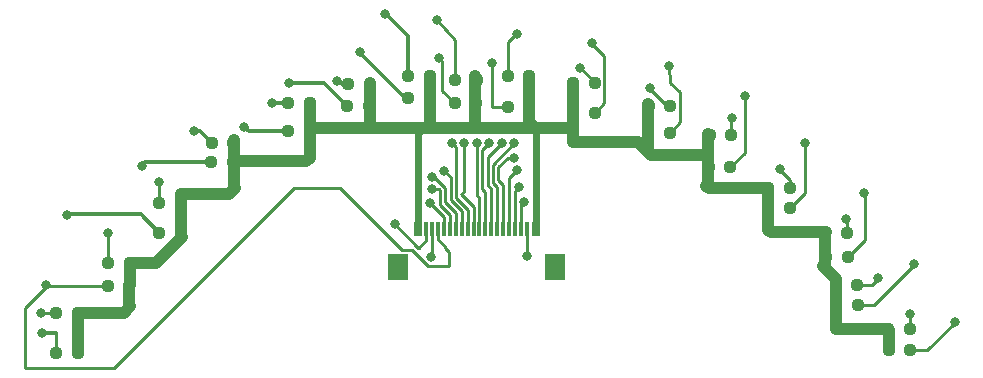
<source format=gbr>
%TF.GenerationSoftware,KiCad,Pcbnew,7.0.10*%
%TF.CreationDate,2024-03-21T08:15:51-03:00*%
%TF.ProjectId,linefollower,6c696e65-666f-46c6-9c6f-7765722e6b69,rev?*%
%TF.SameCoordinates,Original*%
%TF.FileFunction,Copper,L2,Bot*%
%TF.FilePolarity,Positive*%
%FSLAX46Y46*%
G04 Gerber Fmt 4.6, Leading zero omitted, Abs format (unit mm)*
G04 Created by KiCad (PCBNEW 7.0.10) date 2024-03-21 08:15:51*
%MOMM*%
%LPD*%
G01*
G04 APERTURE LIST*
G04 Aperture macros list*
%AMRoundRect*
0 Rectangle with rounded corners*
0 $1 Rounding radius*
0 $2 $3 $4 $5 $6 $7 $8 $9 X,Y pos of 4 corners*
0 Add a 4 corners polygon primitive as box body*
4,1,4,$2,$3,$4,$5,$6,$7,$8,$9,$2,$3,0*
0 Add four circle primitives for the rounded corners*
1,1,$1+$1,$2,$3*
1,1,$1+$1,$4,$5*
1,1,$1+$1,$6,$7*
1,1,$1+$1,$8,$9*
0 Add four rect primitives between the rounded corners*
20,1,$1+$1,$2,$3,$4,$5,0*
20,1,$1+$1,$4,$5,$6,$7,0*
20,1,$1+$1,$6,$7,$8,$9,0*
20,1,$1+$1,$8,$9,$2,$3,0*%
G04 Aperture macros list end*
%TA.AperFunction,SMDPad,CuDef*%
%ADD10R,0.800000X1.300000*%
%TD*%
%TA.AperFunction,SMDPad,CuDef*%
%ADD11R,0.300000X1.300000*%
%TD*%
%TA.AperFunction,SMDPad,CuDef*%
%ADD12R,0.700000X1.300000*%
%TD*%
%TA.AperFunction,SMDPad,CuDef*%
%ADD13R,1.800000X2.200000*%
%TD*%
%TA.AperFunction,SMDPad,CuDef*%
%ADD14RoundRect,0.237500X-0.250000X-0.237500X0.250000X-0.237500X0.250000X0.237500X-0.250000X0.237500X0*%
%TD*%
%TA.AperFunction,SMDPad,CuDef*%
%ADD15RoundRect,0.237500X0.250000X0.237500X-0.250000X0.237500X-0.250000X-0.237500X0.250000X-0.237500X0*%
%TD*%
%TA.AperFunction,ViaPad*%
%ADD16C,0.800000*%
%TD*%
%TA.AperFunction,Conductor*%
%ADD17C,0.250000*%
%TD*%
%TA.AperFunction,Conductor*%
%ADD18C,1.000000*%
%TD*%
%TA.AperFunction,Conductor*%
%ADD19C,0.300000*%
%TD*%
%TA.AperFunction,Conductor*%
%ADD20C,0.600000*%
%TD*%
G04 APERTURE END LIST*
D10*
%TO.P,J1,1,1*%
%TO.N,VCC*%
X155000000Y-110150000D03*
D11*
%TO.P,J1,2,2*%
%TO.N,GND*%
X154250000Y-110150000D03*
%TO.P,J1,3,3*%
%TO.N,Net-(J1-Pad3)*%
X153750000Y-110150000D03*
%TO.P,J1,4,4*%
%TO.N,Net-(J1-Pad4)*%
X153250000Y-110150000D03*
%TO.P,J1,5,5*%
%TO.N,Net-(J1-Pad5)*%
X152750000Y-110150000D03*
%TO.P,J1,6,6*%
%TO.N,Net-(J1-Pad6)*%
X152250000Y-110150000D03*
%TO.P,J1,7,7*%
%TO.N,Net-(J1-Pad7)*%
X151750000Y-110150000D03*
%TO.P,J1,8,8*%
%TO.N,Net-(J1-Pad8)*%
X151250000Y-110150000D03*
%TO.P,J1,9,9*%
%TO.N,Net-(J1-Pad9)*%
X150750000Y-110150000D03*
%TO.P,J1,10,10*%
%TO.N,Net-(J1-Pad10)*%
X150250000Y-110150000D03*
%TO.P,J1,11,11*%
%TO.N,Net-(J1-Pad11)*%
X149750000Y-110150000D03*
%TO.P,J1,12,12*%
%TO.N,Net-(J1-Pad12)*%
X149250000Y-110150000D03*
%TO.P,J1,13,13*%
%TO.N,Net-(J1-Pad13)*%
X148750000Y-110150000D03*
%TO.P,J1,14,14*%
%TO.N,Net-(J1-Pad14)*%
X148250000Y-110150000D03*
%TO.P,J1,15,15*%
%TO.N,Net-(J1-Pad15)*%
X147750000Y-110150000D03*
%TO.P,J1,16,16*%
%TO.N,Net-(J1-Pad16)*%
X147250000Y-110150000D03*
%TO.P,J1,17,17*%
%TO.N,Net-(J1-Pad17)*%
X146750000Y-110150000D03*
%TO.P,J1,18,18*%
%TO.N,Net-(J1-Pad18)*%
X146250000Y-110150000D03*
%TO.P,J1,19,19*%
%TO.N,GND*%
X145750000Y-110150000D03*
D12*
%TO.P,J1,20,20*%
%TO.N,VCC*%
X145050000Y-110150000D03*
D13*
%TO.P,J1,MP*%
%TO.N,N/C*%
X156650000Y-113400000D03*
X143350000Y-113400000D03*
%TD*%
D14*
%TO.P,R6,1*%
%TO.N,Net-(J1-Pad16)*%
X123138458Y-107950000D03*
%TO.P,R6,2*%
%TO.N,VCC*%
X124963458Y-107950000D03*
%TD*%
%TO.P,R2,1*%
%TO.N,Net-(J1-Pad18)*%
X114436151Y-117314243D03*
%TO.P,R2,2*%
%TO.N,VCC*%
X116261151Y-117314243D03*
%TD*%
D15*
%TO.P,R9,1*%
%TO.N,VCC*%
X135867497Y-101924008D03*
%TO.P,R9,2*%
%TO.N,Net-(U5-A)*%
X134042497Y-101924008D03*
%TD*%
%TO.P,R29,1*%
%TO.N,Net-(J1-Pad4)*%
X182254413Y-114913881D03*
%TO.P,R29,2*%
%TO.N,VCC*%
X180429413Y-114913881D03*
%TD*%
D14*
%TO.P,R4,1*%
%TO.N,Net-(J1-Pad17)*%
X118774303Y-114984497D03*
%TO.P,R4,2*%
%TO.N,VCC*%
X120599303Y-114984497D03*
%TD*%
D15*
%TO.P,R13,1*%
%TO.N,VCC*%
X146019898Y-97219635D03*
%TO.P,R13,2*%
%TO.N,Net-(U7-A)*%
X144194898Y-97219635D03*
%TD*%
D14*
%TO.P,R26,1*%
%TO.N,VCC*%
X174687631Y-108440531D03*
%TO.P,R26,2*%
%TO.N,Net-(U13-A)*%
X176512631Y-108440531D03*
%TD*%
%TO.P,R30,1*%
%TO.N,VCC*%
X180452777Y-116642640D03*
%TO.P,R30,2*%
%TO.N,Net-(U15-A)*%
X182277777Y-116642640D03*
%TD*%
D15*
%TO.P,R17,1*%
%TO.N,VCC*%
X154462005Y-97245487D03*
%TO.P,R17,2*%
%TO.N,Net-(U9-A)*%
X152637005Y-97245487D03*
%TD*%
%TO.P,R1,1*%
%TO.N,VCC*%
X116261151Y-120650000D03*
%TO.P,R1,2*%
%TO.N,Net-(U1-A)*%
X114436151Y-120650000D03*
%TD*%
D14*
%TO.P,R14,1*%
%TO.N,Net-(J1-Pad12)*%
X144225000Y-99060000D03*
%TO.P,R14,2*%
%TO.N,VCC*%
X146050000Y-99060000D03*
%TD*%
%TO.P,R23,1*%
%TO.N,VCC*%
X169671174Y-104944924D03*
%TO.P,R23,2*%
%TO.N,Net-(U12-A)*%
X171496174Y-104944924D03*
%TD*%
D15*
%TO.P,R31,1*%
%TO.N,Net-(J1-Pad3)*%
X186678234Y-118692534D03*
%TO.P,R31,2*%
%TO.N,VCC*%
X184853234Y-118692534D03*
%TD*%
D14*
%TO.P,R21,1*%
%TO.N,VCC*%
X164515155Y-102025635D03*
%TO.P,R21,2*%
%TO.N,Net-(U11-A)*%
X166340155Y-102025635D03*
%TD*%
%TO.P,R32,1*%
%TO.N,VCC*%
X184885121Y-120437237D03*
%TO.P,R32,2*%
%TO.N,Net-(U16-A)*%
X186710121Y-120437237D03*
%TD*%
D15*
%TO.P,R20,1*%
%TO.N,Net-(J1-Pad9)*%
X160019999Y-97790000D03*
%TO.P,R20,2*%
%TO.N,VCC*%
X158194999Y-97790000D03*
%TD*%
D14*
%TO.P,R28,1*%
%TO.N,VCC*%
X179590923Y-112594597D03*
%TO.P,R28,2*%
%TO.N,Net-(U14-A)*%
X181415923Y-112594597D03*
%TD*%
D15*
%TO.P,R3,1*%
%TO.N,VCC*%
X120650000Y-113060000D03*
%TO.P,R3,2*%
%TO.N,Net-(U2-A)*%
X118825000Y-113060000D03*
%TD*%
D14*
%TO.P,R10,1*%
%TO.N,Net-(J1-Pad14)*%
X134043620Y-99544649D03*
%TO.P,R10,2*%
%TO.N,VCC*%
X135868620Y-99544649D03*
%TD*%
D15*
%TO.P,R27,1*%
%TO.N,Net-(J1-Pad5)*%
X181328519Y-110549347D03*
%TO.P,R27,2*%
%TO.N,VCC*%
X179503519Y-110549347D03*
%TD*%
%TO.P,R25,1*%
%TO.N,Net-(J1-Pad6)*%
X176530000Y-106710000D03*
%TO.P,R25,2*%
%TO.N,VCC*%
X174705000Y-106710000D03*
%TD*%
D14*
%TO.P,R8,1*%
%TO.N,Net-(J1-Pad15)*%
X127580711Y-102870000D03*
%TO.P,R8,2*%
%TO.N,VCC*%
X129405711Y-102870000D03*
%TD*%
D15*
%TO.P,R7,1*%
%TO.N,VCC*%
X129373824Y-104549041D03*
%TO.P,R7,2*%
%TO.N,Net-(U4-A)*%
X127548824Y-104549041D03*
%TD*%
D14*
%TO.P,R19,1*%
%TO.N,VCC*%
X158195000Y-100330000D03*
%TO.P,R19,2*%
%TO.N,Net-(U10-A)*%
X160020000Y-100330000D03*
%TD*%
%TO.P,R12,1*%
%TO.N,Net-(J1-Pad13)*%
X139143755Y-97933493D03*
%TO.P,R12,2*%
%TO.N,VCC*%
X140968755Y-97933493D03*
%TD*%
D15*
%TO.P,R22,2*%
%TO.N,VCC*%
X164567597Y-99753134D03*
%TO.P,R22,1*%
%TO.N,Net-(J1-Pad8)*%
X166392597Y-99753134D03*
%TD*%
D14*
%TO.P,R16,1*%
%TO.N,Net-(J1-Pad11)*%
X148218852Y-97543930D03*
%TO.P,R16,2*%
%TO.N,VCC*%
X150043852Y-97543930D03*
%TD*%
D15*
%TO.P,R11,1*%
%TO.N,VCC*%
X140889037Y-99798904D03*
%TO.P,R11,2*%
%TO.N,Net-(U6-A)*%
X139064037Y-99798904D03*
%TD*%
%TO.P,R15,1*%
%TO.N,VCC*%
X149972074Y-99561700D03*
%TO.P,R15,2*%
%TO.N,Net-(U8-A)*%
X148147074Y-99561700D03*
%TD*%
D14*
%TO.P,R18,1*%
%TO.N,Net-(J1-Pad10)*%
X152652615Y-99876308D03*
%TO.P,R18,2*%
%TO.N,VCC*%
X154477615Y-99876308D03*
%TD*%
D15*
%TO.P,R24,1*%
%TO.N,Net-(J1-Pad7)*%
X171583578Y-102252885D03*
%TO.P,R24,2*%
%TO.N,VCC*%
X169758578Y-102252885D03*
%TD*%
%TO.P,R5,1*%
%TO.N,VCC*%
X124951225Y-110490000D03*
%TO.P,R5,2*%
%TO.N,Net-(U3-A)*%
X123126225Y-110490000D03*
%TD*%
D16*
%TO.N,GND*%
X154231001Y-112509933D03*
X143101576Y-109794587D03*
%TO.N,Net-(J1-Pad3)*%
X153976615Y-107938615D03*
%TO.N,Net-(U16-A)*%
X190477770Y-118028962D03*
%TO.N,Net-(J1-Pad3)*%
X186678615Y-117353038D03*
%TO.N,Net-(J1-Pad4)*%
X153592363Y-106627557D03*
X183988193Y-114306905D03*
%TO.N,Net-(U15-A)*%
X187029848Y-113153173D03*
%TO.N,Net-(J1-Pad5)*%
X153436923Y-105177192D03*
%TO.N,Net-(J1-Pad6)*%
X153145846Y-104163307D03*
%TO.N,Net-(U14-A)*%
X182845847Y-107140596D03*
%TO.N,Net-(J1-Pad5)*%
X181307538Y-109308212D03*
%TO.N,Net-(U13-A)*%
X177800539Y-102869191D03*
%TO.N,Net-(J1-Pad6)*%
X175679538Y-105153345D03*
%TO.N,Net-(J1-Pad7)*%
X153190305Y-102882192D03*
%TO.N,Net-(U12-A)*%
X172698848Y-98966499D03*
%TO.N,Net-(J1-Pad7)*%
X171667482Y-100819461D03*
%TO.N,Net-(J1-Pad8)*%
X152159748Y-102899673D03*
%TO.N,Net-(U11-A)*%
X166266732Y-96414306D03*
%TO.N,Net-(J1-Pad8)*%
X164675982Y-98284749D03*
%TO.N,Net-(J1-Pad9)*%
X151093421Y-102917154D03*
%TO.N,Net-(U10-A)*%
X159816327Y-94473940D03*
%TO.N,Net-(J1-Pad9)*%
X158784961Y-96536672D03*
%TO.N,Net-(U9-A)*%
X153437462Y-93700525D03*
%TO.N,Net-(J1-Pad10)*%
X150034807Y-102904961D03*
X151327576Y-96123499D03*
%TO.N,Net-(J1-Pad11)*%
X146687062Y-92462588D03*
X148943107Y-102938370D03*
%TO.N,Net-(J1-Pad12)*%
X147943375Y-102915120D03*
X140153323Y-95244145D03*
%TO.N,Net-(J1-Pad13)*%
X147266674Y-105287404D03*
X138167814Y-97696289D03*
%TO.N,Net-(J1-Pad14)*%
X146205123Y-105783200D03*
X132660230Y-99544649D03*
%TO.N,Net-(J1-Pad15)*%
X126043018Y-101875996D03*
X146195654Y-106844931D03*
%TO.N,Net-(J1-Pad16)*%
X123147483Y-106217453D03*
X146050000Y-107950000D03*
%TO.N,Net-(J1-Pad17)*%
X113571544Y-114905859D03*
%TO.N,Net-(J1-Pad18)*%
X113120167Y-117312815D03*
X146136623Y-112532599D03*
%TO.N,Net-(U1-A)*%
X113181893Y-119027190D03*
%TO.N,Net-(U2-A)*%
X118774140Y-110521346D03*
%TO.N,Net-(U3-A)*%
X115329763Y-108986339D03*
%TO.N,Net-(U4-A)*%
X121642562Y-104873409D03*
%TO.N,Net-(U5-A)*%
X130320700Y-101541359D03*
%TO.N,Net-(U6-A)*%
X134134062Y-97807894D03*
%TO.N,Net-(U7-A)*%
X142287650Y-91970375D03*
%TO.N,Net-(U8-A)*%
X146818299Y-95690207D03*
%TD*%
D17*
%TO.N,Net-(U8-A)*%
X147110769Y-95982677D02*
X146818299Y-95690207D01*
X147110769Y-98525395D02*
X147110769Y-95982677D01*
X148147074Y-99561700D02*
X147110769Y-98525395D01*
%TO.N,Net-(U1-A)*%
X114436151Y-120650000D02*
X114436151Y-119017742D01*
D18*
%TO.N,VCC*%
X116261151Y-117314243D02*
X116261151Y-120650000D01*
D17*
%TO.N,GND*%
X154231001Y-112509933D02*
X154250000Y-112431883D01*
X143101576Y-109794587D02*
X143194807Y-109934433D01*
X145020374Y-111760000D02*
X143101576Y-109794587D01*
X145090000Y-111760000D02*
X145020374Y-111760000D01*
X145750000Y-111100000D02*
X145090000Y-111760000D01*
X145750000Y-110150000D02*
X145750000Y-111100000D01*
%TO.N,Net-(J1-Pad18)*%
X146250000Y-110150000D02*
X146250000Y-112419222D01*
X146250000Y-112419222D02*
X146136623Y-112532599D01*
%TO.N,Net-(J1-Pad17)*%
X146750000Y-111100000D02*
X146750000Y-110150000D01*
X147320000Y-111670000D02*
X146750000Y-111100000D01*
X147659795Y-112099795D02*
X147320000Y-111760000D01*
X147659795Y-113340769D02*
X147659795Y-112099795D01*
X147656342Y-113344222D02*
X147659795Y-113340769D01*
X145922940Y-113344222D02*
X147656342Y-113344222D01*
X144575000Y-111996282D02*
X145922940Y-113344222D01*
X144575000Y-111975000D02*
X144575000Y-111996282D01*
X134552488Y-106680000D02*
X138430000Y-106680000D01*
X111760000Y-121920000D02*
X119312488Y-121920000D01*
X143725000Y-111975000D02*
X144575000Y-111975000D01*
X111760000Y-116840000D02*
X111760000Y-121920000D01*
X147320000Y-111760000D02*
X147320000Y-111670000D01*
X113694141Y-114905859D02*
X111760000Y-116840000D01*
X138430000Y-106680000D02*
X143725000Y-111975000D01*
X113571544Y-114905859D02*
X113694141Y-114905859D01*
X119312488Y-121920000D02*
X134552488Y-106680000D01*
%TO.N,GND*%
X154250000Y-110150000D02*
X154231001Y-112509933D01*
%TO.N,Net-(J1-Pad16)*%
X123138458Y-106226478D02*
X123147483Y-106217453D01*
X123138458Y-107950000D02*
X123138458Y-106226478D01*
D19*
%TO.N,Net-(U3-A)*%
X121569238Y-108933013D02*
X123126225Y-110490000D01*
X115383089Y-108933013D02*
X121569238Y-108933013D01*
X115329763Y-108986339D02*
X115383089Y-108933013D01*
D17*
%TO.N,Net-(J1-Pad3)*%
X153750000Y-108165230D02*
X153976615Y-107938615D01*
X153750000Y-110150000D02*
X153750000Y-108165230D01*
%TO.N,Net-(U16-A)*%
X190581038Y-118028962D02*
X190500000Y-118110000D01*
X190477770Y-118028962D02*
X190581038Y-118028962D01*
X190477770Y-118132230D02*
X190477770Y-118028962D01*
X188172763Y-120437237D02*
X190477770Y-118132230D01*
X186710121Y-120437237D02*
X188172763Y-120437237D01*
%TO.N,Net-(J1-Pad3)*%
X186865988Y-117353038D02*
X186788351Y-117430675D01*
X186678615Y-117353038D02*
X186865988Y-117353038D01*
X186678615Y-117540411D02*
X186678615Y-117353038D01*
X186678234Y-117540792D02*
X186678615Y-117540411D01*
X186678234Y-118692534D02*
X186678234Y-117540792D01*
%TO.N,Net-(J1-Pad4)*%
X153250000Y-110150000D02*
X153250000Y-106969920D01*
X153250000Y-106969920D02*
X153592363Y-106627557D01*
X184093078Y-114306905D02*
X184066857Y-114333126D01*
X183988193Y-114306905D02*
X184093078Y-114306905D01*
X183988193Y-114411790D02*
X183988193Y-114306905D01*
X183486102Y-114913881D02*
X183988193Y-114411790D01*
X182254413Y-114913881D02*
X183486102Y-114913881D01*
%TO.N,Net-(U15-A)*%
X187108512Y-113153173D02*
X187056069Y-113205616D01*
X187029848Y-113153173D02*
X187108512Y-113153173D01*
X187029848Y-113231837D02*
X187029848Y-113153173D01*
X183619045Y-116642640D02*
X187029848Y-113231837D01*
X182277777Y-116642640D02*
X183619045Y-116642640D01*
%TO.N,Net-(J1-Pad5)*%
X152750000Y-105864115D02*
X153436923Y-105177192D01*
X152750000Y-110150000D02*
X152750000Y-105864115D01*
%TO.N,Net-(J1-Pad6)*%
X152627269Y-104163307D02*
X153145846Y-104163307D01*
X151834807Y-104955769D02*
X152627269Y-104163307D01*
X151834807Y-106027923D02*
X151834807Y-104955769D01*
X152250000Y-106443116D02*
X151834807Y-106027923D01*
X152250000Y-110150000D02*
X152250000Y-106443116D01*
%TO.N,Net-(U14-A)*%
X182863327Y-107123116D02*
X182863327Y-107123115D01*
X182845847Y-107140596D02*
X182863327Y-107123116D01*
X182863327Y-107158076D02*
X182845847Y-107140596D01*
X182863327Y-111147193D02*
X182863327Y-107158076D01*
X181415923Y-112594597D02*
X182863327Y-111147193D01*
%TO.N,Net-(J1-Pad5)*%
X181255096Y-109308212D02*
X181307538Y-109360654D01*
X181307538Y-109308212D02*
X181255096Y-109308212D01*
X181307538Y-109360654D02*
X181307538Y-109308212D01*
X181328519Y-109381635D02*
X181307538Y-109360654D01*
X181328519Y-110549347D02*
X181328519Y-109381635D01*
%TO.N,Net-(U13-A)*%
X177800539Y-102869191D02*
X177800000Y-102870000D01*
X177800000Y-107153162D02*
X177800539Y-102869191D01*
X176512631Y-108440531D02*
X177800000Y-107153162D01*
%TO.N,Net-(J1-Pad6)*%
X175623694Y-105153345D02*
X175659195Y-105188846D01*
X175679538Y-105153345D02*
X175623694Y-105153345D01*
X175679538Y-105209189D02*
X175679538Y-105153345D01*
X176530000Y-106059651D02*
X175679538Y-105209189D01*
X176530000Y-106710000D02*
X176530000Y-106059651D01*
%TO.N,Net-(J1-Pad7)*%
X151750000Y-106627067D02*
X151384807Y-106261874D01*
X151750000Y-110150000D02*
X151750000Y-106627067D01*
X151384807Y-106261874D02*
X151384807Y-104736666D01*
X153190305Y-102931168D02*
X153190305Y-102882192D01*
X151384807Y-104736666D02*
X153190305Y-102931168D01*
%TO.N,Net-(U12-A)*%
X172698848Y-98966499D02*
X172720000Y-99060000D01*
X172720000Y-103721098D02*
X172698848Y-98966499D01*
X171496174Y-104944924D02*
X172720000Y-103721098D01*
%TO.N,Net-(J1-Pad7)*%
X171684964Y-100819461D02*
X171650002Y-100854423D01*
X171667482Y-100819461D02*
X171684964Y-100819461D01*
X171667482Y-100836943D02*
X171667482Y-100819461D01*
X171583578Y-100920847D02*
X171667482Y-100836943D01*
X171583578Y-102252885D02*
X171583578Y-100920847D01*
%TO.N,Net-(J1-Pad8)*%
X151250000Y-106763463D02*
X150934807Y-106448270D01*
X151250000Y-110150000D02*
X151250000Y-106763463D01*
X150934807Y-106448270D02*
X150934807Y-104124614D01*
X150934807Y-104124614D02*
X152159748Y-102899673D01*
%TO.N,Net-(U11-A)*%
X166266732Y-96414306D02*
X166370000Y-96520000D01*
X166370000Y-97790000D02*
X166266732Y-96414306D01*
X167205097Y-98625097D02*
X166370000Y-97790000D01*
X167205097Y-101160693D02*
X167205097Y-98625097D01*
X166340155Y-102025635D02*
X167205097Y-101160693D01*
%TO.N,Net-(J1-Pad8)*%
X164658501Y-98284749D02*
X164710943Y-98337191D01*
X164675982Y-98284749D02*
X164658501Y-98284749D01*
X164675982Y-98302230D02*
X164675982Y-98284749D01*
X166126886Y-99753134D02*
X164675982Y-98302230D01*
X166392597Y-99753134D02*
X166126886Y-99753134D01*
%TO.N,Net-(J1-Pad9)*%
X151110902Y-102917154D02*
X151093421Y-102934635D01*
X151093421Y-102917154D02*
X151110902Y-102917154D01*
X151093421Y-102934635D02*
X151093421Y-102917154D01*
X150484807Y-103543249D02*
X151093421Y-102934635D01*
X150484807Y-106815366D02*
X150484807Y-103543249D01*
X150750000Y-107080559D02*
X150484807Y-106815366D01*
X150750000Y-110150000D02*
X150750000Y-107080559D01*
%TO.N,Net-(U10-A)*%
X159781365Y-94473940D02*
X159816327Y-94508902D01*
X159816327Y-94473940D02*
X159781365Y-94473940D01*
X159816327Y-94508902D02*
X159816327Y-94473940D01*
X160832499Y-95525074D02*
X159816327Y-94508902D01*
X160832499Y-99517501D02*
X160832499Y-95525074D01*
X160020000Y-100330000D02*
X160832499Y-99517501D01*
%TO.N,Net-(J1-Pad9)*%
X158784961Y-96536672D02*
X158750000Y-96589114D01*
X158819113Y-96589114D02*
X158784961Y-96536672D01*
X160019999Y-97790000D02*
X158819113Y-96589114D01*
%TO.N,Net-(U9-A)*%
X153437462Y-93595640D02*
X153358798Y-93674304D01*
X153437462Y-93700525D02*
X153437462Y-93595640D01*
X153332577Y-93700525D02*
X153437462Y-93700525D01*
X152637005Y-94396097D02*
X153332577Y-93700525D01*
X152637005Y-97245487D02*
X152637005Y-94396097D01*
%TO.N,Net-(J1-Pad10)*%
X150250000Y-107536893D02*
X150250000Y-110150000D01*
X150034807Y-107321700D02*
X150250000Y-107536893D01*
X150034807Y-102904961D02*
X150034807Y-107321700D01*
X151327576Y-96123499D02*
X151304268Y-96216730D01*
X151304268Y-99876038D02*
X151327576Y-96123499D01*
X151304538Y-99876308D02*
X151304268Y-99876038D01*
X152652615Y-99876308D02*
X151304538Y-99876308D01*
D18*
%TO.N,VCC*%
X154462005Y-98979425D02*
X154462005Y-97245487D01*
X154461689Y-98979741D02*
X154462005Y-98979425D01*
X180452777Y-118637313D02*
X180452777Y-116642640D01*
X158194999Y-102850487D02*
X158194999Y-101600000D01*
X164500879Y-103649657D02*
X163710773Y-102859551D01*
X122868599Y-113060000D02*
X125024784Y-110903815D01*
X163710773Y-102859551D02*
X158185935Y-102859551D01*
X184885121Y-120437237D02*
X184885121Y-118724421D01*
X174705000Y-106710000D02*
X169657466Y-106710000D01*
X125016244Y-109002283D02*
X125016244Y-107209748D01*
X164744126Y-103895350D02*
X164499656Y-103650880D01*
X129476917Y-102690947D02*
X129425376Y-102639406D01*
X180452777Y-114937245D02*
X180429413Y-114913881D01*
X140970000Y-101600000D02*
X140970000Y-99660365D01*
X169466407Y-106518941D02*
X169633523Y-106351825D01*
X120113062Y-117314243D02*
X120698731Y-116728574D01*
X184885121Y-118724421D02*
X184853234Y-118692534D01*
X180452777Y-116642640D02*
X180452777Y-114937245D01*
X116261151Y-117314243D02*
X120113062Y-117314243D01*
D20*
X155000000Y-101660000D02*
X154940000Y-101600000D01*
D18*
X184853234Y-118692534D02*
X180507998Y-118692534D01*
X149856831Y-101596831D02*
X149856831Y-97241074D01*
X169633523Y-106351825D02*
X169633523Y-103895350D01*
X180429413Y-114388872D02*
X179367435Y-113326894D01*
X129010252Y-107209748D02*
X129540000Y-106680000D01*
X140970000Y-99660365D02*
X140970000Y-97823710D01*
X174919687Y-110473515D02*
X174687631Y-110241459D01*
X179560696Y-110473515D02*
X174919687Y-110473515D01*
X125024784Y-110903815D02*
X125016244Y-110895275D01*
X154940000Y-101600000D02*
X154461689Y-101121689D01*
X158194999Y-101600000D02*
X158194999Y-99692252D01*
X169633523Y-103895350D02*
X169633523Y-102203394D01*
X140970000Y-101600000D02*
X143510000Y-101600000D01*
X169633523Y-102203394D02*
X169608515Y-102178386D01*
X174705000Y-108423162D02*
X174687631Y-108440531D01*
X120599303Y-116629146D02*
X120599303Y-114984497D01*
X146050000Y-101600000D02*
X146019898Y-101569898D01*
X179367435Y-113326894D02*
X179538393Y-113155936D01*
X158195000Y-97820000D02*
X158194999Y-99692252D01*
X140970000Y-97823710D02*
X140966290Y-97820000D01*
X154461689Y-101121689D02*
X154461689Y-98979741D01*
X125016244Y-107209748D02*
X129010252Y-107209748D01*
X179538393Y-113155936D02*
X179538393Y-112081131D01*
X164500879Y-99589850D02*
X164510083Y-99580646D01*
X135890000Y-101600000D02*
X135890000Y-99950282D01*
X174687631Y-110241459D02*
X174687631Y-108440531D01*
X179538393Y-112081131D02*
X179538393Y-110495818D01*
X120698731Y-116728574D02*
X120599303Y-116629146D01*
X149860000Y-101600000D02*
X149856831Y-101596831D01*
X169657466Y-106710000D02*
X169466407Y-106518941D01*
X120650000Y-114933800D02*
X120599303Y-114984497D01*
X129540000Y-106680000D02*
X129476917Y-106616917D01*
X120650000Y-113060000D02*
X120650000Y-114933800D01*
X164500879Y-101355350D02*
X164500879Y-99589850D01*
X135574144Y-104455856D02*
X135890000Y-104140000D01*
X135890000Y-101600000D02*
X140970000Y-101600000D01*
D19*
X145250000Y-101740273D02*
X145282226Y-101708047D01*
D18*
X146019898Y-101569898D02*
X146019898Y-97219635D01*
X129476917Y-104455856D02*
X129476917Y-102690947D01*
D20*
X155000000Y-110150000D02*
X155000000Y-101660000D01*
D18*
X125016244Y-110895275D02*
X125016244Y-109002283D01*
X135890000Y-104140000D02*
X135890000Y-101600000D01*
X145174179Y-101600000D02*
X145282226Y-101708047D01*
X143510000Y-101600000D02*
X145174179Y-101600000D01*
X143510000Y-101600000D02*
X146050000Y-101600000D01*
X158194999Y-101600000D02*
X154940000Y-101600000D01*
X179538393Y-110495818D02*
X179560696Y-110473515D01*
X164499656Y-103650880D02*
X164500879Y-103649657D01*
D20*
X145050000Y-110150000D02*
X145050000Y-101940273D01*
X145050000Y-101940273D02*
X145282226Y-101708047D01*
D18*
X158185935Y-102859551D02*
X158194999Y-102850487D01*
X135890000Y-99950282D02*
X135867016Y-99927298D01*
X154940000Y-101600000D02*
X149860000Y-101600000D01*
X169633523Y-103895350D02*
X164744126Y-103895350D01*
X146050000Y-101600000D02*
X149860000Y-101600000D01*
X129476917Y-104455856D02*
X135574144Y-104455856D01*
X120650000Y-113060000D02*
X122868599Y-113060000D01*
X180429413Y-114913881D02*
X180429413Y-114388872D01*
X164500879Y-103649657D02*
X164500879Y-101355350D01*
X180507998Y-118692534D02*
X180452777Y-118637313D01*
X174705000Y-106710000D02*
X174705000Y-108423162D01*
X129476917Y-106616917D02*
X129476917Y-104455856D01*
D17*
%TO.N,Net-(J1-Pad11)*%
X146687062Y-92462588D02*
X146665190Y-92604761D01*
X148943107Y-107044570D02*
X148943107Y-102938370D01*
X149750000Y-108295203D02*
X148721237Y-107266440D01*
X148218852Y-94158423D02*
X146687062Y-92462588D01*
X149750000Y-110150000D02*
X149750000Y-108295203D01*
X148721237Y-107266440D02*
X148943107Y-107044570D01*
X148218852Y-97543930D02*
X148218852Y-94158423D01*
D19*
%TO.N,Net-(J1-Pad12)*%
X140153323Y-95297290D02*
X140153323Y-95244145D01*
X143916033Y-99060000D02*
X140153323Y-95297290D01*
X140100178Y-95244145D02*
X140174581Y-95318548D01*
D17*
X148260532Y-103232277D02*
X147943375Y-102915120D01*
X148260532Y-107552162D02*
X148260532Y-103232277D01*
D19*
X144225000Y-99060000D02*
X143916033Y-99060000D01*
D17*
X149250000Y-110150000D02*
X149250000Y-108541630D01*
X149250000Y-108541630D02*
X148260532Y-107552162D01*
D19*
X140153323Y-95244145D02*
X140100178Y-95244145D01*
D17*
%TO.N,Net-(J1-Pad13)*%
X147795933Y-107736540D02*
X147795933Y-105816663D01*
D19*
X147266674Y-105287404D02*
X147197404Y-105287404D01*
D17*
X148750000Y-108690607D02*
X147795933Y-107736540D01*
X148750000Y-110150000D02*
X148750000Y-108690607D01*
D19*
X139143755Y-97933493D02*
X138637267Y-97933493D01*
D17*
X147795933Y-105816663D02*
X147266674Y-105287404D01*
D19*
X138637267Y-97933493D02*
X138167814Y-97696289D01*
X138167814Y-97696289D02*
X138461887Y-97758113D01*
X147266674Y-105356674D02*
X147266674Y-105287404D01*
X147197404Y-105287404D02*
X147320000Y-105410000D01*
%TO.N,Net-(J1-Pad14)*%
X134043620Y-99544649D02*
X132681488Y-99544649D01*
X132660230Y-99565907D02*
X132674402Y-99551735D01*
X146205123Y-105783200D02*
X146187818Y-105839939D01*
D17*
X148250000Y-108827003D02*
X147329251Y-107906254D01*
X146423425Y-105783200D02*
X146205123Y-105783200D01*
D19*
X146515520Y-105839939D02*
X146205123Y-105783200D01*
X132681488Y-99544649D02*
X132660230Y-99544649D01*
X132681488Y-99544649D02*
X132681488Y-99544649D01*
X132660230Y-99544649D02*
X132660230Y-99565907D01*
D17*
X148250000Y-110150000D02*
X148250000Y-108827003D01*
X147329251Y-107906254D02*
X147329251Y-106689026D01*
X147329251Y-106689026D02*
X146423425Y-105783200D01*
%TO.N,Net-(J1-Pad15)*%
X146195654Y-106844931D02*
X146183044Y-106813044D01*
D19*
X126586707Y-101875996D02*
X127580711Y-102870000D01*
D17*
X147750000Y-110150000D02*
X147750000Y-109013604D01*
X147750000Y-109013604D02*
X146879251Y-108142855D01*
X146879251Y-106875422D02*
X146848760Y-106844931D01*
X146848760Y-106844931D02*
X146195654Y-106844931D01*
D19*
X126043018Y-101875996D02*
X126586707Y-101875996D01*
D17*
X146879251Y-108142855D02*
X146879251Y-106875422D01*
%TO.N,Net-(J1-Pad16)*%
X146050000Y-107950000D02*
X147250000Y-109150000D01*
X147250000Y-109150000D02*
X147250000Y-110150000D01*
%TO.N,Net-(J1-Pad17)*%
X118774303Y-114984497D02*
X113615503Y-114984497D01*
X113615503Y-114984497D02*
X113571544Y-115028456D01*
X113571544Y-115028456D02*
X113571544Y-114905859D01*
%TO.N,Net-(J1-Pad18)*%
X113120167Y-117312815D02*
X113247716Y-117312815D01*
X114436151Y-117314243D02*
X113249144Y-117314243D01*
X113249144Y-117314243D02*
X113120167Y-117312815D01*
D19*
%TO.N,Net-(U1-A)*%
X114436151Y-119017742D02*
X113333063Y-119017742D01*
X113314167Y-119017742D02*
X113323615Y-119017742D01*
X113333063Y-119017742D02*
X113181893Y-119027190D01*
X113181893Y-119027190D02*
X113314167Y-119017742D01*
X114436151Y-119017742D02*
X113801298Y-119017742D01*
X113801298Y-119017742D02*
X113789802Y-119029238D01*
D17*
%TO.N,Net-(U2-A)*%
X118825000Y-110572206D02*
X118825000Y-113060000D01*
X118774140Y-110521346D02*
X118825000Y-110572206D01*
D19*
%TO.N,Net-(U4-A)*%
X121966930Y-104549041D02*
X127548824Y-104549041D01*
X121642562Y-104873409D02*
X121966930Y-104549041D01*
%TO.N,Net-(U5-A)*%
X130320700Y-101541359D02*
X130703349Y-101924008D01*
X130703349Y-101924008D02*
X134042497Y-101924008D01*
%TO.N,Net-(U6-A)*%
X139064037Y-99798904D02*
X137088971Y-97823838D01*
X137088971Y-97823838D02*
X134150006Y-97823838D01*
X134134062Y-97807894D02*
X134197836Y-97823838D01*
X134150006Y-97823838D02*
X134134062Y-97807894D01*
X134197836Y-97823838D02*
X134213780Y-97823838D01*
%TO.N,Net-(U7-A)*%
X142287650Y-91970375D02*
X142287650Y-91949116D01*
X142308909Y-91970375D02*
X142287650Y-91970375D01*
X144194898Y-97219635D02*
X144194898Y-93856364D01*
X142287650Y-91949116D02*
X142362054Y-92023520D01*
X144194898Y-93856364D02*
X142308909Y-91970375D01*
D17*
%TO.N,Net-(U8-A)*%
X146818299Y-95690207D02*
X146844898Y-95712823D01*
X146844898Y-95712823D02*
X146851109Y-95706612D01*
%TD*%
M02*

</source>
